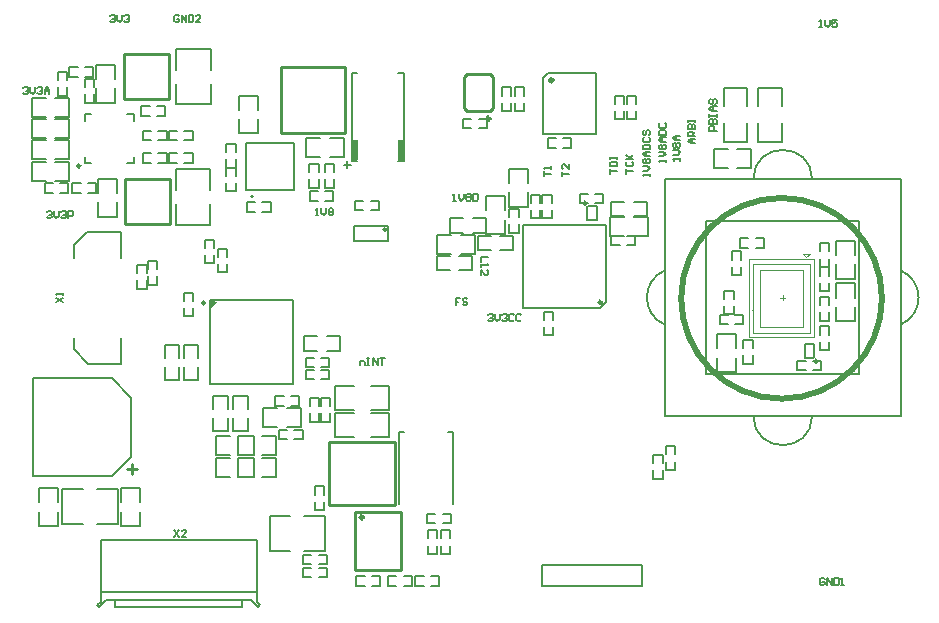
<source format=gto>
G04 Layer_Color=65535*
%FSLAX44Y44*%
%MOMM*%
G71*
G01*
G75*
%ADD55C,0.3000*%
%ADD56C,0.2500*%
%ADD58C,0.2000*%
%ADD61C,0.1500*%
%ADD67C,0.5000*%
%ADD92C,0.2540*%
%ADD93C,0.0500*%
%ADD94C,0.1524*%
%ADD95R,0.5000X1.7500*%
%ADD96R,0.5000X1.8000*%
G36*
X171000Y246500D02*
X166000Y241500D01*
X165000Y247500D01*
X171000Y246500D01*
D02*
G37*
D55*
X496500Y246000D02*
G03*
X496500Y246000I-1000J0D01*
G01*
X295000Y64000D02*
G03*
X295000Y64000I-1500J0D01*
G01*
X402250Y401500D02*
G03*
X402250Y401500I-1500J0D01*
G01*
X455500Y434000D02*
G03*
X455500Y434000I-1500J0D01*
G01*
D56*
X161000Y245500D02*
G03*
X161000Y245500I-1250J0D01*
G01*
X483967Y329971D02*
G03*
X483967Y329971I-1250J0D01*
G01*
X55250Y361500D02*
G03*
X55250Y361500I-1250J0D01*
G01*
X679450Y196100D02*
G03*
X679450Y196100I-1250J0D01*
G01*
X99000Y101000D02*
Y109000D01*
X95000Y105000D02*
X103000D01*
D58*
X625050Y239076D02*
G03*
X625050Y239076I-78J0D01*
G01*
X750153Y227155D02*
G03*
X750153Y272845I-10153J22845D01*
G01*
X549846Y272845D02*
G03*
X549847Y227155I10153J-22845D01*
G01*
X675000Y350000D02*
G03*
X625000Y350000I-25000J0D01*
G01*
Y150000D02*
G03*
X675000Y150000I25000J0D01*
G01*
X201500Y335500D02*
G03*
X201500Y335500I-1000J0D01*
G01*
X430500Y241000D02*
Y311000D01*
X500500D01*
Y246000D02*
Y311000D01*
X495500Y241000D02*
X500500Y246000D01*
X430500Y241000D02*
X495500D01*
X287070Y297584D02*
X316070D01*
X287070Y310583D02*
X316070D01*
X287070Y297584D02*
Y310583D01*
X316070Y297584D02*
Y310583D01*
X90000Y194125D02*
Y216125D01*
X62000Y194125D02*
X90000D01*
X50000Y206125D02*
Y216125D01*
Y206125D02*
X62000Y194125D01*
X50000Y294875D02*
X61000Y305875D01*
X50000Y283875D02*
Y294875D01*
X61000Y305875D02*
X90000D01*
Y283875D02*
Y305875D01*
X165000Y177000D02*
X235000D01*
X165000Y247500D02*
X235000D01*
Y177000D02*
Y247500D01*
X165000Y177000D02*
Y247500D01*
X585000Y185000D02*
Y315000D01*
X715000Y185000D02*
Y315000D01*
X585000D02*
X715000D01*
X585000Y185000D02*
X715000D01*
X550000Y350000D02*
X750000D01*
Y150000D02*
Y350000D01*
X550000Y150000D02*
X750000D01*
X550000D02*
Y350000D01*
X446500Y5750D02*
X531250D01*
Y23500D01*
X446500D02*
X531250D01*
X446500Y5750D02*
Y23500D01*
X72500Y45000D02*
X204500D01*
X72500Y1000D02*
X204500D01*
X77000Y-6000D02*
X200000D01*
X204500Y-7500D02*
Y45000D01*
X72500Y-7500D02*
Y45000D01*
X85000Y-12000D02*
X192000D01*
Y-6000D01*
X85000Y-12000D02*
Y-6000D01*
X69500Y-10500D02*
X72500Y-7500D01*
X69500Y-10500D02*
X71000Y-12000D01*
X77000Y-6000D01*
X200000D02*
X206000Y-12000D01*
X207500Y-10500D01*
X204500Y-7500D02*
X207500Y-10500D01*
X15500Y98500D02*
Y181500D01*
Y98500D02*
X82000D01*
X98500Y115000D01*
Y165000D01*
X15500Y181500D02*
X82000D01*
X98500Y165000D01*
X329000Y366000D02*
Y440000D01*
X285000Y366000D02*
Y440000D01*
X324500Y366000D02*
X329000D01*
X285000D02*
X289500D01*
X324500Y440000D02*
X329000D01*
X285000D02*
X289500D01*
X281500Y359500D02*
Y365500D01*
X278500Y362500D02*
X284500Y362500D01*
X59000Y363500D02*
X64750D01*
X59000D02*
Y369250D01*
Y399750D02*
Y405500D01*
X64750D01*
X95250D02*
X101000D01*
Y399750D02*
Y405500D01*
Y363500D02*
Y369250D01*
X95250Y363500D02*
X101000D01*
X196000Y341000D02*
Y381000D01*
X236000D01*
Y341000D02*
Y381000D01*
X196000Y341000D02*
X236000D01*
X447350Y435920D02*
X451680Y440250D01*
X447350Y388250D02*
Y435920D01*
Y388250D02*
X491650D01*
Y440250D01*
X451680D02*
X491650D01*
D61*
X245000Y217000D02*
X256000D01*
X264000D02*
X275000D01*
X245000Y205000D02*
X256000D01*
X264000D02*
X275000D01*
X245000D02*
Y217000D01*
X275000Y205000D02*
Y217000D01*
X301000Y324000D02*
X308000D01*
X288000D02*
X295000D01*
X301000Y332000D02*
X308000D01*
X288000D02*
X295000D01*
X308000Y324000D02*
Y332000D01*
X288000Y324000D02*
Y332000D01*
X262500D02*
X269500D01*
X249500D02*
X256500D01*
X262500Y340000D02*
X269500D01*
X249500D02*
X256500D01*
X269500Y332000D02*
Y340000D01*
X249500Y332000D02*
Y340000D01*
X257000Y356000D02*
Y363000D01*
Y343000D02*
Y350000D01*
X249000Y356000D02*
Y363000D01*
Y343000D02*
Y350000D01*
Y363000D02*
X257000D01*
X249000Y343000D02*
X257000D01*
X262500D02*
Y350000D01*
Y356000D02*
Y363000D01*
X270500Y343000D02*
Y350000D01*
Y356000D02*
Y363000D01*
X262500Y343000D02*
X270500D01*
X262500Y363000D02*
X270500D01*
X369000Y59000D02*
Y67000D01*
X349000Y59000D02*
Y67000D01*
X362000Y59000D02*
X369000D01*
X349000D02*
X356000D01*
X362000Y67000D02*
X369000D01*
X349000D02*
X356000D01*
X349500Y33000D02*
X357500D01*
X349500Y53000D02*
X357500D01*
X349500Y33000D02*
Y40000D01*
Y46000D02*
Y53000D01*
X357500Y33000D02*
Y40000D01*
Y46000D02*
Y53000D01*
X246000Y181000D02*
Y189000D01*
X266000Y181000D02*
Y189000D01*
X246000D02*
X253000D01*
X259000D02*
X266000D01*
X246000Y181000D02*
X253000D01*
X259000D02*
X266000D01*
X246000Y191000D02*
Y199000D01*
X266000Y191000D02*
Y199000D01*
X246000D02*
X253000D01*
X259000D02*
X266000D01*
X246000Y191000D02*
X253000D01*
X259000D02*
X266000D01*
X508000Y401000D02*
X516000D01*
X508000Y421000D02*
X516000D01*
X508000Y401000D02*
Y408000D01*
Y414000D02*
Y421000D01*
X516000Y401000D02*
Y408000D01*
Y414000D02*
Y421000D01*
X112500Y281000D02*
X120500D01*
X112500Y261000D02*
X120500D01*
Y274000D02*
Y281000D01*
Y261000D02*
Y268000D01*
X112500Y274000D02*
Y281000D01*
Y261000D02*
Y268000D01*
X254000Y90000D02*
X262000D01*
X254000Y70000D02*
X262000D01*
Y83000D02*
Y90000D01*
Y70000D02*
Y77000D01*
X254000Y83000D02*
Y90000D01*
Y70000D02*
Y77000D01*
X259000Y145000D02*
X267000D01*
X259000Y165000D02*
X267000D01*
X259000Y145000D02*
Y152000D01*
Y158000D02*
Y165000D01*
X267000Y145000D02*
Y152000D01*
Y158000D02*
Y165000D01*
X316000Y6000D02*
Y14000D01*
X336000Y6000D02*
Y14000D01*
X316000D02*
X323000D01*
X329000D02*
X336000D01*
X316000Y6000D02*
X323000D01*
X329000D02*
X336000D01*
X244000Y13000D02*
Y21000D01*
X264000Y13000D02*
Y21000D01*
X244000D02*
X251000D01*
X257000D02*
X264000D01*
X244000Y13000D02*
X251000D01*
X257000D02*
X264000D01*
X171500Y271500D02*
X179500D01*
X171500Y291500D02*
X179500D01*
X171500Y271500D02*
Y278500D01*
Y284500D02*
Y291500D01*
X179500Y271500D02*
Y278500D01*
Y284500D02*
Y291500D01*
X262500Y35500D02*
Y65000D01*
X245000D02*
X262500D01*
X245000Y35490D02*
X262500Y35500D01*
X215500Y65000D02*
X233000Y65010D01*
X215500Y35500D02*
X233000D01*
X215500D02*
Y65000D01*
X87000Y58500D02*
Y88000D01*
X69500D02*
X87000D01*
X69500Y58490D02*
X87000Y58500D01*
X40000Y88000D02*
X57500Y88010D01*
X40000Y58500D02*
X57500D01*
X40000D02*
Y88000D01*
X360500Y53000D02*
X368500D01*
X360500Y33000D02*
X368500D01*
Y46000D02*
Y53000D01*
Y33000D02*
Y40000D01*
X360500Y46000D02*
Y53000D01*
Y33000D02*
Y40000D01*
X257000Y24000D02*
X264000D01*
X244000D02*
X251000D01*
X257000Y32000D02*
X264000D01*
X244000D02*
X251000D01*
X264000Y24000D02*
Y32000D01*
X244000Y24000D02*
Y32000D01*
X289000Y6000D02*
Y14000D01*
X309000Y6000D02*
Y14000D01*
X289000D02*
X296000D01*
X302000D02*
X309000D01*
X289000Y6000D02*
X296000D01*
X302000D02*
X309000D01*
X359000Y6000D02*
Y14000D01*
X339000Y6000D02*
Y14000D01*
X352000Y6000D02*
X359000D01*
X339000D02*
X346000D01*
X352000Y14000D02*
X359000D01*
X339000D02*
X346000D01*
X168000Y137000D02*
Y148000D01*
Y156000D02*
Y167000D01*
X180000Y137000D02*
Y148000D01*
Y156000D02*
Y167000D01*
X168000Y137000D02*
X180000D01*
X168000Y167000D02*
X180000D01*
X230000Y140394D02*
X242000D01*
X210000D02*
X222000D01*
X230000Y156394D02*
X242000D01*
X210000D02*
X222000D01*
X242000Y140394D02*
Y156394D01*
X210000Y140394D02*
Y156394D01*
X377500Y287000D02*
X389500D01*
X357500D02*
X369500D01*
X377500Y303000D02*
X389500D01*
X357500D02*
X369500D01*
X389500Y287000D02*
Y303000D01*
X357500Y287000D02*
Y303000D01*
X518000Y401000D02*
X526000D01*
X518000Y421000D02*
X526000D01*
X518000Y401000D02*
Y408000D01*
Y414000D02*
Y421000D01*
X526000Y401000D02*
Y408000D01*
Y414000D02*
Y421000D01*
X412000Y428000D02*
X420000D01*
X412000Y408000D02*
X420000D01*
Y421000D02*
Y428000D01*
Y408000D02*
Y415000D01*
X412000Y421000D02*
Y428000D01*
Y408000D02*
Y415000D01*
X399500Y393500D02*
Y401500D01*
X379500Y393500D02*
Y401500D01*
X392500Y393500D02*
X399500D01*
X379500D02*
X386500D01*
X392500Y401500D02*
X399500D01*
X379500D02*
X386500D01*
X68500Y338750D02*
Y346750D01*
X48500Y338750D02*
Y346750D01*
X61500Y338750D02*
X68500D01*
X48500D02*
X55500D01*
X61500Y346750D02*
X68500D01*
X48500D02*
X55500D01*
X25000Y338750D02*
Y346750D01*
X45000Y338750D02*
Y346750D01*
X25000D02*
X32000D01*
X38000D02*
X45000D01*
X25000Y338750D02*
X32000D01*
X38000D02*
X45000D01*
X14000Y365000D02*
X26000D01*
X34000D02*
X46000D01*
X14000Y349000D02*
X26000D01*
X34000D02*
X46000D01*
X14000D02*
Y365000D01*
X46000Y349000D02*
Y365000D01*
X107000Y404000D02*
Y412000D01*
X127000Y404000D02*
Y412000D01*
X107000D02*
X114000D01*
X120000D02*
X127000D01*
X107000Y404000D02*
X114000D01*
X120000D02*
X127000D01*
X614000Y292000D02*
Y300000D01*
X634000Y292000D02*
Y300000D01*
X614000D02*
X621000D01*
X627000D02*
X634000D01*
X614000Y292000D02*
X621000D01*
X627000D02*
X634000D01*
X591500Y375500D02*
X603500D01*
X611500D02*
X623500D01*
X591500Y359500D02*
X603500D01*
X611500D02*
X623500D01*
X591500D02*
Y375500D01*
X623500Y359500D02*
Y375500D01*
X108500Y383000D02*
Y391000D01*
X128500Y383000D02*
Y391000D01*
X108500D02*
X115500D01*
X121500D02*
X128500D01*
X108500Y383000D02*
X115500D01*
X121500D02*
X128500D01*
X216500Y322750D02*
Y330750D01*
X196500Y322750D02*
Y330750D01*
X209500Y322750D02*
X216500D01*
X196500D02*
X203500D01*
X209500Y330750D02*
X216500D01*
X196500D02*
X203500D01*
X179000Y380000D02*
X187000D01*
X179000Y360000D02*
X187000D01*
Y373000D02*
Y380000D01*
Y360000D02*
Y367000D01*
X179000Y373000D02*
Y380000D01*
Y360000D02*
Y367000D01*
X447500Y218000D02*
X455500D01*
X447500Y238000D02*
X455500D01*
X447500Y218000D02*
Y225000D01*
Y231000D02*
Y238000D01*
X455500Y218000D02*
Y225000D01*
Y231000D02*
Y238000D01*
X246500Y385000D02*
X258500D01*
X266500D02*
X278500D01*
X246500Y369000D02*
X258500D01*
X266500D02*
X278500D01*
X246500D02*
Y385000D01*
X278500Y369000D02*
Y385000D01*
X681250Y225500D02*
X689250D01*
X681250Y205500D02*
X689250D01*
Y218500D02*
Y225500D01*
Y205500D02*
Y212500D01*
X681250Y218500D02*
Y225500D01*
Y205500D02*
Y212500D01*
X485417Y327570D02*
X492417D01*
X484417Y315571D02*
X492417D01*
Y327570D01*
X484417Y315571D02*
Y326571D01*
X485417Y327570D01*
X66000Y437000D02*
Y445000D01*
X46000Y437000D02*
Y445000D01*
X59000Y437000D02*
X66000D01*
X46000D02*
X53000D01*
X59000Y445000D02*
X66000D01*
X46000D02*
X53000D01*
X36000Y421000D02*
X44000D01*
X36000Y441000D02*
X44000D01*
X36000Y421000D02*
Y428000D01*
Y434000D02*
Y441000D01*
X44000Y421000D02*
Y428000D01*
Y434000D02*
Y441000D01*
X594500Y187000D02*
Y199000D01*
Y207000D02*
Y219000D01*
X610500Y187000D02*
Y199000D01*
Y207000D02*
Y219000D01*
X594500Y187000D02*
X610500D01*
X594500Y219000D02*
X610500D01*
X711000Y286000D02*
Y298000D01*
Y266000D02*
Y278000D01*
X695000Y286000D02*
Y298000D01*
Y266000D02*
Y278000D01*
Y298000D02*
X711000D01*
X695000Y266000D02*
X711000D01*
X59000Y415000D02*
X67000D01*
X59000Y435000D02*
X67000D01*
X59000Y415000D02*
Y422000D01*
Y428000D02*
Y435000D01*
X67000Y415000D02*
Y422000D01*
Y428000D02*
Y435000D01*
X505000Y294250D02*
Y302250D01*
X525000Y294250D02*
Y302250D01*
X505000D02*
X512000D01*
X518000D02*
X525000D01*
X505000Y294250D02*
X512000D01*
X518000D02*
X525000D01*
X446500Y337000D02*
X454500D01*
X446500Y317000D02*
X454500D01*
Y330000D02*
Y337000D01*
Y317000D02*
Y324000D01*
X446500Y330000D02*
Y337000D01*
Y317000D02*
Y324000D01*
X681250Y276000D02*
X689250D01*
X681250Y296000D02*
X689250D01*
X681250Y276000D02*
Y283000D01*
Y289000D02*
Y296000D01*
X689250Y276000D02*
Y283000D01*
Y289000D02*
Y296000D01*
X607000Y289000D02*
X615000D01*
X607000Y269000D02*
X615000D01*
Y282000D02*
Y289000D01*
Y269000D02*
Y276000D01*
X607000Y282000D02*
Y289000D01*
Y269000D02*
Y276000D01*
X179000Y340000D02*
X187000D01*
X179000Y360000D02*
X187000D01*
X179000Y340000D02*
Y347000D01*
Y353000D02*
Y360000D01*
X187000Y340000D02*
Y347000D01*
Y353000D02*
Y360000D01*
X46000Y367000D02*
Y383000D01*
X14000Y367000D02*
Y383000D01*
X34000Y367000D02*
X46000D01*
X14000D02*
X26000D01*
X34000Y383000D02*
X46000D01*
X14000D02*
X26000D01*
X616500Y214000D02*
X624500D01*
X616500Y194000D02*
X624500D01*
Y207000D02*
Y214000D01*
Y194000D02*
Y201000D01*
X616500Y207000D02*
Y214000D01*
Y194000D02*
Y201000D01*
X600515Y235870D02*
X608515D01*
X600515Y255870D02*
X608515D01*
X600515Y235870D02*
Y242870D01*
Y248870D02*
Y255870D01*
X608515Y235870D02*
Y242870D01*
Y248870D02*
Y255870D01*
X682500Y188500D02*
Y196500D01*
X662500Y188500D02*
Y196500D01*
X675500Y188500D02*
X682500D01*
X662500D02*
X669500D01*
X675500Y196500D02*
X682500D01*
X662500D02*
X669500D01*
X478000Y330000D02*
Y338000D01*
X498000Y330000D02*
Y338000D01*
X478000D02*
X485000D01*
X491000D02*
X498000D01*
X478000Y330000D02*
X485000D01*
X491000D02*
X498000D01*
X689250Y268500D02*
Y275500D01*
Y255500D02*
Y262500D01*
X681250Y268500D02*
Y275500D01*
Y255500D02*
Y262500D01*
Y275500D02*
X689250D01*
X681250Y255500D02*
X689250D01*
X681250Y250500D02*
X689250D01*
X681250Y230500D02*
X689250D01*
Y243500D02*
Y250500D01*
Y230500D02*
Y237500D01*
X681250Y243500D02*
Y250500D01*
Y230500D02*
Y237500D01*
X649500Y411750D02*
Y427750D01*
Y381750D02*
Y397750D01*
X629500Y411750D02*
Y427750D01*
Y381750D02*
Y397750D01*
Y427750D02*
X649500D01*
X629500Y381750D02*
X649500D01*
X616692Y227500D02*
Y235500D01*
X596692Y227500D02*
Y235500D01*
X609692Y227500D02*
X616692D01*
X596692D02*
X603692D01*
X609692Y235500D02*
X616692D01*
X596692D02*
X603692D01*
X14000Y419000D02*
X26000D01*
X34000D02*
X46000D01*
X14000Y403000D02*
X26000D01*
X34000D02*
X46000D01*
X14000D02*
Y419000D01*
X46000Y403000D02*
Y419000D01*
X524000Y302500D02*
X536000D01*
X504000D02*
X516000D01*
X524000Y318500D02*
X536000D01*
X504000D02*
X516000D01*
X536000Y302500D02*
Y318500D01*
X504000Y302500D02*
Y318500D01*
X695000Y230000D02*
Y242000D01*
Y250000D02*
Y262000D01*
X711000Y230000D02*
Y242000D01*
Y250000D02*
Y262000D01*
X695000Y230000D02*
X711000D01*
X695000Y262000D02*
X711000D01*
X206000Y409000D02*
Y421000D01*
Y389000D02*
Y401000D01*
X190000Y409000D02*
Y421000D01*
Y389000D02*
Y401000D01*
Y421000D02*
X206000D01*
X190000Y389000D02*
X206000D01*
X46000Y385000D02*
Y401000D01*
X14000Y385000D02*
Y401000D01*
X34000Y385000D02*
X46000D01*
X14000D02*
X26000D01*
X34000Y401000D02*
X46000D01*
X14000D02*
X26000D01*
X84500Y435000D02*
Y447000D01*
Y415000D02*
Y427000D01*
X68500Y435000D02*
Y447000D01*
Y415000D02*
Y427000D01*
Y447000D02*
X84500D01*
X68500Y415000D02*
X84500D01*
X130500Y391000D02*
X137500D01*
X143500D02*
X150500D01*
X130500Y383000D02*
X137500D01*
X143500D02*
X150500D01*
X130500D02*
Y391000D01*
X150500Y383000D02*
Y391000D01*
X130500Y372000D02*
X137500D01*
X143500D02*
X150500D01*
X130500Y364000D02*
X137500D01*
X143500D02*
X150500D01*
X130500D02*
Y372000D01*
X150500Y364000D02*
Y372000D01*
X108500D02*
X115500D01*
X121500D02*
X128500D01*
X108500Y364000D02*
X115500D01*
X121500D02*
X128500D01*
X108500D02*
Y372000D01*
X128500Y364000D02*
Y372000D01*
X70500Y318500D02*
Y330500D01*
Y338500D02*
Y350500D01*
X86500Y318500D02*
Y330500D01*
Y338500D02*
Y350500D01*
X70500Y318500D02*
X86500D01*
X70500Y350500D02*
X86500D01*
X559050Y117100D02*
Y124100D01*
Y104100D02*
Y111100D01*
X551050Y117100D02*
Y124100D01*
Y104100D02*
Y111100D01*
Y124100D02*
X559050D01*
X551050Y104100D02*
X559050D01*
X548550Y109600D02*
Y116600D01*
Y96600D02*
Y103600D01*
X540550Y109600D02*
Y116600D01*
Y96600D02*
Y103600D01*
Y116600D02*
X548550D01*
X540550Y96600D02*
X548550D01*
X620000Y411750D02*
Y427750D01*
Y381750D02*
Y397750D01*
X600000Y411750D02*
Y427750D01*
Y381750D02*
Y397750D01*
Y427750D02*
X620000D01*
X600000Y381750D02*
X620000D01*
X505000Y319000D02*
Y331000D01*
X535000Y319000D02*
Y331000D01*
X505000D02*
X516000D01*
X524000D02*
X535000D01*
X505000Y319000D02*
X516000D01*
X524000D02*
X535000D01*
X414500Y324000D02*
Y336000D01*
Y304000D02*
Y316000D01*
X398500Y324000D02*
Y336000D01*
Y304000D02*
Y316000D01*
Y336000D02*
X414500D01*
X398500Y304000D02*
X414500D01*
X426500Y318000D02*
Y325000D01*
Y305000D02*
Y312000D01*
X418500Y318000D02*
Y325000D01*
Y305000D02*
Y312000D01*
Y325000D02*
X426500D01*
X418500Y305000D02*
X426500D01*
X434000Y347000D02*
Y359000D01*
Y327000D02*
Y339000D01*
X418000Y347000D02*
Y359000D01*
Y327000D02*
Y339000D01*
Y359000D02*
X434000D01*
X418000Y327000D02*
X434000D01*
X422000Y290000D02*
Y302000D01*
X392000Y290000D02*
Y302000D01*
X411000Y290000D02*
X422000D01*
X392000D02*
X403000D01*
X411000Y302000D02*
X422000D01*
X392000D02*
X403000D01*
X398500Y305000D02*
Y317000D01*
X368500Y305000D02*
Y317000D01*
X387500Y305000D02*
X398500D01*
X368500D02*
X379500D01*
X387500Y317000D02*
X398500D01*
X368500D02*
X379500D01*
X436500D02*
Y324000D01*
Y330000D02*
Y337000D01*
X444500Y317000D02*
Y324000D01*
Y330000D02*
Y337000D01*
X436500Y317000D02*
X444500D01*
X436500Y337000D02*
X444500D01*
X136500Y413500D02*
X166000D01*
Y431000D01*
X136490D02*
X136500Y413500D01*
X166000Y460500D02*
X166010Y443000D01*
X136500D02*
Y460500D01*
X166000D01*
X136000Y358500D02*
X165500D01*
X136000Y341000D02*
Y358500D01*
X165500D02*
X165510Y341000D01*
X135990Y329000D02*
X136000Y311500D01*
X165500D02*
Y329000D01*
X136000Y311500D02*
X165500D01*
X668500Y198500D02*
X675500D01*
X668500Y210500D02*
X676500D01*
X668500Y198500D02*
Y210500D01*
X676500Y199500D02*
Y210500D01*
X675500Y198500D02*
X676500Y199500D01*
X451000Y377000D02*
Y385000D01*
X471000Y377000D02*
Y385000D01*
X451000D02*
X458000D01*
X464000D02*
X471000D01*
X451000Y377000D02*
X458000D01*
X464000D02*
X471000D01*
X103500Y277500D02*
X111500D01*
X103500Y257500D02*
X111500D01*
Y270500D02*
Y277500D01*
Y257500D02*
Y264500D01*
X103500Y270500D02*
Y277500D01*
Y257500D02*
Y264500D01*
X423000Y428000D02*
X431000D01*
X423000Y408000D02*
X431000D01*
Y421000D02*
Y428000D01*
Y408000D02*
Y415000D01*
X423000Y421000D02*
Y428000D01*
Y408000D02*
Y415000D01*
X106000Y76500D02*
Y88500D01*
Y56500D02*
Y68500D01*
X90000Y76500D02*
Y88500D01*
Y56500D02*
Y68500D01*
Y88500D02*
X106000D01*
X90000Y56500D02*
X106000D01*
X271000Y155000D02*
Y175000D01*
X317000Y155000D02*
Y175000D01*
X271000D02*
X287000D01*
X301000D02*
X317000D01*
X271000Y155000D02*
X287000D01*
X301000D02*
X317000D01*
X271000Y132000D02*
Y152000D01*
X317000Y132000D02*
Y152000D01*
X271000D02*
X287000D01*
X301000D02*
X317000D01*
X271000Y132000D02*
X287000D01*
X301000D02*
X317000D01*
X20000Y56500D02*
Y68500D01*
Y76500D02*
Y88500D01*
X36000Y56500D02*
Y68500D01*
Y76500D02*
Y88500D01*
X20000Y56500D02*
X36000D01*
X20000Y88500D02*
X36000D01*
X185000Y137000D02*
Y148000D01*
Y156000D02*
Y167000D01*
X197000Y137000D02*
Y148000D01*
Y156000D02*
Y167000D01*
X185000Y137000D02*
X197000D01*
X185000Y167000D02*
X197000D01*
X243500Y130000D02*
Y138000D01*
X223500Y130000D02*
Y138000D01*
X236500Y130000D02*
X243500D01*
X223500D02*
X230500D01*
X236500Y138000D02*
X243500D01*
X223500D02*
X230500D01*
X143000Y234000D02*
X151000D01*
X143000Y254000D02*
X151000D01*
X143000Y234000D02*
Y241000D01*
Y247000D02*
Y254000D01*
X151000Y234000D02*
Y241000D01*
Y247000D02*
Y254000D01*
X249500Y145000D02*
Y152000D01*
Y158000D02*
Y165000D01*
X257500Y145000D02*
Y152000D01*
Y158000D02*
Y165000D01*
X249500Y145000D02*
X257500D01*
X249500Y165000D02*
X257500D01*
X189000Y114000D02*
X201000D01*
X209000D02*
X221000D01*
X189000Y98000D02*
X201000D01*
X209000D02*
X221000D01*
X189000D02*
Y114000D01*
X221000Y98000D02*
Y114000D01*
X189000Y133000D02*
X201000D01*
X209000D02*
X221000D01*
X189000Y117000D02*
X201000D01*
X209000D02*
X221000D01*
X189000D02*
Y133000D01*
X221000Y117000D02*
Y133000D01*
X170000D02*
X182000D01*
X190000D02*
X202000D01*
X170000Y117000D02*
X182000D01*
X190000D02*
X202000D01*
X170000D02*
Y133000D01*
X202000Y117000D02*
Y133000D01*
X170000Y114000D02*
X182000D01*
X190000D02*
X202000D01*
X170000Y98000D02*
X182000D01*
X190000D02*
X202000D01*
X170000D02*
Y114000D01*
X202000Y98000D02*
Y114000D01*
X160500Y279000D02*
X168500D01*
X160500Y299000D02*
X168500D01*
X160500Y279000D02*
Y286000D01*
Y292000D02*
Y299000D01*
X168500Y279000D02*
Y286000D01*
Y292000D02*
Y299000D01*
X220500Y158500D02*
Y166500D01*
X240500Y158500D02*
Y166500D01*
X220500D02*
X227500D01*
X233500D02*
X240500D01*
X220500Y158500D02*
X227500D01*
X233500D02*
X240500D01*
X127000Y180000D02*
Y191000D01*
Y199000D02*
Y210000D01*
X139000Y180000D02*
Y191000D01*
Y199000D02*
Y210000D01*
X127000Y180000D02*
X139000D01*
X127000Y210000D02*
X139000D01*
X143000Y180000D02*
Y191000D01*
Y199000D02*
Y210000D01*
X155000Y180000D02*
Y191000D01*
Y199000D02*
Y210000D01*
X143000Y180000D02*
X155000D01*
X143000Y210000D02*
X155000D01*
X357000Y285000D02*
X368000D01*
X376000D02*
X387000D01*
X357000Y273000D02*
X368000D01*
X376000D02*
X387000D01*
X357000D02*
Y285000D01*
X387000Y273000D02*
Y285000D01*
X376999Y249498D02*
X373000D01*
Y246499D01*
X374999D01*
X373000D01*
Y243500D01*
X382997Y248498D02*
X381997Y249498D01*
X379998D01*
X378998Y248498D01*
Y247499D01*
X379998Y246499D01*
X381997D01*
X382997Y245499D01*
Y244500D01*
X381997Y243500D01*
X379998D01*
X378998Y244500D01*
X685499Y11498D02*
X684499Y12498D01*
X682500D01*
X681500Y11498D01*
Y7500D01*
X682500Y6500D01*
X684499D01*
X685499Y7500D01*
Y9499D01*
X683499D01*
X687498Y6500D02*
Y12498D01*
X691497Y6500D01*
Y12498D01*
X693496D02*
Y6500D01*
X696495D01*
X697495Y7500D01*
Y11498D01*
X696495Y12498D01*
X693496D01*
X699494Y6500D02*
X701494D01*
X700494D01*
Y12498D01*
X699494Y11498D01*
X34502Y246000D02*
X40500Y249999D01*
X34502D02*
X40500Y246000D01*
Y251998D02*
Y253997D01*
Y252998D01*
X34502D01*
X35502Y251998D01*
X448002Y353000D02*
Y356999D01*
Y354999D01*
X454000D01*
Y358998D02*
Y360997D01*
Y359998D01*
X448002D01*
X449002Y358998D01*
X463002Y352692D02*
Y356691D01*
Y354692D01*
X469000D01*
Y362689D02*
Y358690D01*
X465001Y362689D01*
X464002D01*
X463002Y361689D01*
Y359690D01*
X464002Y358690D01*
X135000Y53498D02*
X138999Y47500D01*
Y53498D02*
X135000Y47500D01*
X144997D02*
X140998D01*
X144997Y51499D01*
Y52498D01*
X143997Y53498D01*
X141998D01*
X140998Y52498D01*
X594000Y391000D02*
X588002D01*
Y393999D01*
X589002Y394999D01*
X591001D01*
X592001Y393999D01*
Y391000D01*
X588002Y396998D02*
X594000D01*
Y399997D01*
X593000Y400997D01*
X592001D01*
X591001Y399997D01*
Y396998D01*
Y399997D01*
X590001Y400997D01*
X589002D01*
X588002Y399997D01*
Y396998D01*
Y402996D02*
Y404995D01*
Y403996D01*
X594000D01*
Y402996D01*
Y404995D01*
Y407994D02*
X590001D01*
X588002Y409994D01*
X590001Y411993D01*
X594000D01*
X591001D01*
Y407994D01*
X589002Y417991D02*
X588002Y416992D01*
Y414992D01*
X589002Y413993D01*
X590001D01*
X591001Y414992D01*
Y416992D01*
X592001Y417991D01*
X593000D01*
X594000Y416992D01*
Y414992D01*
X593000Y413993D01*
X400500Y234998D02*
X401500Y235998D01*
X403499D01*
X404499Y234998D01*
Y233999D01*
X403499Y232999D01*
X402499D01*
X403499D01*
X404499Y231999D01*
Y231000D01*
X403499Y230000D01*
X401500D01*
X400500Y231000D01*
X406498Y235998D02*
Y231999D01*
X408497Y230000D01*
X410497Y231999D01*
Y235998D01*
X412496Y234998D02*
X413496Y235998D01*
X415495D01*
X416495Y234998D01*
Y233999D01*
X415495Y232999D01*
X414496D01*
X415495D01*
X416495Y231999D01*
Y231000D01*
X415495Y230000D01*
X413496D01*
X412496Y231000D01*
X422493Y234998D02*
X421493Y235998D01*
X419494D01*
X418494Y234998D01*
Y231000D01*
X419494Y230000D01*
X421493D01*
X422493Y231000D01*
X428491Y234998D02*
X427491Y235998D01*
X425492D01*
X424492Y234998D01*
Y231000D01*
X425492Y230000D01*
X427491D01*
X428491Y231000D01*
X371000Y332000D02*
X372999D01*
X372000D01*
Y337998D01*
X371000Y336998D01*
X375998Y337998D02*
Y333999D01*
X377998Y332000D01*
X379997Y333999D01*
Y337998D01*
X381996Y336998D02*
X382996Y337998D01*
X384995D01*
X385995Y336998D01*
Y335999D01*
X384995Y334999D01*
X385995Y333999D01*
Y333000D01*
X384995Y332000D01*
X382996D01*
X381996Y333000D01*
Y333999D01*
X382996Y334999D01*
X381996Y335999D01*
Y336998D01*
X382996Y334999D02*
X384995D01*
X387994Y337998D02*
Y332000D01*
X390993D01*
X391993Y333000D01*
Y336998D01*
X390993Y337998D01*
X387994D01*
X563000Y366000D02*
Y367999D01*
Y367000D01*
X557002D01*
X558002Y366000D01*
X557002Y370998D02*
X561001D01*
X563000Y372998D01*
X561001Y374997D01*
X557002D01*
X558002Y376996D02*
X557002Y377996D01*
Y379995D01*
X558002Y380995D01*
X559001D01*
X560001Y379995D01*
X561001Y380995D01*
X562000D01*
X563000Y379995D01*
Y377996D01*
X562000Y376996D01*
X561001D01*
X560001Y377996D01*
X559001Y376996D01*
X558002D01*
X560001Y377996D02*
Y379995D01*
X563000Y382994D02*
X559001D01*
X557002Y384994D01*
X559001Y386993D01*
X563000D01*
X560001D01*
Y382994D01*
X551000Y364500D02*
Y366499D01*
Y365500D01*
X545002D01*
X546002Y364500D01*
X545002Y369498D02*
X549001D01*
X551000Y371498D01*
X549001Y373497D01*
X545002D01*
X546002Y375496D02*
X545002Y376496D01*
Y378495D01*
X546002Y379495D01*
X547001D01*
X548001Y378495D01*
X549001Y379495D01*
X550000D01*
X551000Y378495D01*
Y376496D01*
X550000Y375496D01*
X549001D01*
X548001Y376496D01*
X547001Y375496D01*
X546002D01*
X548001Y376496D02*
Y378495D01*
X551000Y381494D02*
X547001D01*
X545002Y383494D01*
X547001Y385493D01*
X551000D01*
X548001D01*
Y381494D01*
X545002Y387492D02*
X551000D01*
Y390492D01*
X550000Y391491D01*
X546002D01*
X545002Y390492D01*
Y387492D01*
X546002Y397489D02*
X545002Y396490D01*
Y394490D01*
X546002Y393491D01*
X550000D01*
X551000Y394490D01*
Y396490D01*
X550000Y397489D01*
X537500Y352500D02*
Y354499D01*
Y353500D01*
X531502D01*
X532502Y352500D01*
X531502Y357498D02*
X535501D01*
X537500Y359498D01*
X535501Y361497D01*
X531502D01*
X532502Y363496D02*
X531502Y364496D01*
Y366496D01*
X532502Y367495D01*
X533501D01*
X534501Y366496D01*
X535501Y367495D01*
X536500D01*
X537500Y366496D01*
Y364496D01*
X536500Y363496D01*
X535501D01*
X534501Y364496D01*
X533501Y363496D01*
X532502D01*
X534501Y364496D02*
Y366496D01*
X537500Y369495D02*
X533501D01*
X531502Y371494D01*
X533501Y373493D01*
X537500D01*
X534501D01*
Y369495D01*
X531502Y375493D02*
X537500D01*
Y378492D01*
X536500Y379491D01*
X532502D01*
X531502Y378492D01*
Y375493D01*
X532502Y385489D02*
X531502Y384490D01*
Y382490D01*
X532502Y381491D01*
X536500D01*
X537500Y382490D01*
Y384490D01*
X536500Y385489D01*
X532502Y391487D02*
X531502Y390488D01*
Y388488D01*
X532502Y387489D01*
X533501D01*
X534501Y388488D01*
Y390488D01*
X535501Y391487D01*
X536500D01*
X537500Y390488D01*
Y388488D01*
X536500Y387489D01*
X80500Y487998D02*
X81500Y488998D01*
X83499D01*
X84499Y487998D01*
Y486999D01*
X83499Y485999D01*
X82499D01*
X83499D01*
X84499Y484999D01*
Y484000D01*
X83499Y483000D01*
X81500D01*
X80500Y484000D01*
X86498Y488998D02*
Y484999D01*
X88497Y483000D01*
X90497Y484999D01*
Y488998D01*
X92496Y487998D02*
X93496Y488998D01*
X95495D01*
X96495Y487998D01*
Y486999D01*
X95495Y485999D01*
X94495D01*
X95495D01*
X96495Y484999D01*
Y484000D01*
X95495Y483000D01*
X93496D01*
X92496Y484000D01*
X138999Y487998D02*
X137999Y488998D01*
X136000D01*
X135000Y487998D01*
Y484000D01*
X136000Y483000D01*
X137999D01*
X138999Y484000D01*
Y485999D01*
X136999D01*
X140998Y483000D02*
Y488998D01*
X144997Y483000D01*
Y488998D01*
X146996D02*
Y483000D01*
X149995D01*
X150995Y484000D01*
Y487998D01*
X149995Y488998D01*
X146996D01*
X156993Y483000D02*
X152994D01*
X156993Y486999D01*
Y487998D01*
X155993Y488998D01*
X153994D01*
X152994Y487998D01*
X254500Y319500D02*
X256499D01*
X255500D01*
Y325498D01*
X254500Y324498D01*
X259498Y325498D02*
Y321499D01*
X261498Y319500D01*
X263497Y321499D01*
Y325498D01*
X265496Y324498D02*
X266496Y325498D01*
X268495D01*
X269495Y324498D01*
Y323499D01*
X268495Y322499D01*
X269495Y321499D01*
Y320500D01*
X268495Y319500D01*
X266496D01*
X265496Y320500D01*
Y321499D01*
X266496Y322499D01*
X265496Y323499D01*
Y324498D01*
X266496Y322499D02*
X268495D01*
X7000Y426998D02*
X8000Y427998D01*
X9999D01*
X10999Y426998D01*
Y425999D01*
X9999Y424999D01*
X8999D01*
X9999D01*
X10999Y423999D01*
Y423000D01*
X9999Y422000D01*
X8000D01*
X7000Y423000D01*
X12998Y427998D02*
Y423999D01*
X14997Y422000D01*
X16997Y423999D01*
Y427998D01*
X18996Y426998D02*
X19996Y427998D01*
X21995D01*
X22995Y426998D01*
Y425999D01*
X21995Y424999D01*
X20996D01*
X21995D01*
X22995Y423999D01*
Y423000D01*
X21995Y422000D01*
X19996D01*
X18996Y423000D01*
X24994Y422000D02*
Y425999D01*
X26994Y427998D01*
X28993Y425999D01*
Y422000D01*
Y424999D01*
X24994D01*
X681000Y479000D02*
X682999D01*
X682000D01*
Y484998D01*
X681000Y483998D01*
X685998Y484998D02*
Y480999D01*
X687998Y479000D01*
X689997Y480999D01*
Y484998D01*
X695995D02*
X691996D01*
Y481999D01*
X693996Y482999D01*
X694995D01*
X695995Y481999D01*
Y480000D01*
X694995Y479000D01*
X692996D01*
X691996Y480000D01*
X27000Y321998D02*
X28000Y322998D01*
X29999D01*
X30999Y321998D01*
Y320999D01*
X29999Y319999D01*
X28999D01*
X29999D01*
X30999Y318999D01*
Y318000D01*
X29999Y317000D01*
X28000D01*
X27000Y318000D01*
X32998Y322998D02*
Y318999D01*
X34997Y317000D01*
X36997Y318999D01*
Y322998D01*
X38996Y321998D02*
X39996Y322998D01*
X41995D01*
X42995Y321998D01*
Y320999D01*
X41995Y319999D01*
X40995D01*
X41995D01*
X42995Y318999D01*
Y318000D01*
X41995Y317000D01*
X39996D01*
X38996Y318000D01*
X44994Y317000D02*
Y322998D01*
X47993D01*
X48993Y321998D01*
Y319999D01*
X47993Y318999D01*
X44994D01*
X576000Y380500D02*
X572001D01*
X570002Y382499D01*
X572001Y384499D01*
X576000D01*
X573001D01*
Y380500D01*
X576000Y386498D02*
X570002D01*
Y389497D01*
X571002Y390497D01*
X573001D01*
X574001Y389497D01*
Y386498D01*
Y388497D02*
X576000Y390497D01*
X570002Y392496D02*
X576000D01*
Y395495D01*
X575000Y396495D01*
X574001D01*
X573001Y395495D01*
Y392496D01*
Y395495D01*
X572001Y396495D01*
X571002D01*
X570002Y395495D01*
Y392496D01*
Y398494D02*
Y400494D01*
Y399494D01*
X576000D01*
Y398494D01*
Y400494D01*
X517502Y355000D02*
Y358999D01*
Y356999D01*
X523500D01*
X518502Y364997D02*
X517502Y363997D01*
Y361998D01*
X518502Y360998D01*
X522500D01*
X523500Y361998D01*
Y363997D01*
X522500Y364997D01*
X517502Y366996D02*
X523500D01*
X521501D01*
X517502Y370995D01*
X520501Y367996D01*
X523500Y370995D01*
X503502Y355000D02*
Y358999D01*
Y356999D01*
X509500D01*
X503502Y360998D02*
X509500D01*
Y363997D01*
X508500Y364997D01*
X504502D01*
X503502Y363997D01*
Y360998D01*
Y366996D02*
Y368996D01*
Y367996D01*
X509500D01*
Y366996D01*
Y368996D01*
X292000Y192500D02*
Y196499D01*
X294999D01*
X295999Y195499D01*
Y192500D01*
X297998Y198498D02*
X299997D01*
X298998D01*
Y192500D01*
X297998D01*
X299997D01*
X302996D02*
Y198498D01*
X306995Y192500D01*
Y198498D01*
X308995D02*
X312993D01*
X310994D01*
Y192500D01*
X400223Y284207D02*
X394225D01*
Y280208D01*
Y278209D02*
Y276210D01*
Y277209D01*
X400223D01*
X399223Y278209D01*
X394225Y269212D02*
Y273211D01*
X398224Y269212D01*
X399223D01*
X400223Y270212D01*
Y272211D01*
X399223Y273211D01*
D67*
X734022Y249336D02*
G03*
X734022Y249336I-85000J0D01*
G01*
D92*
X314070Y307584D02*
G03*
X314070Y307584I-1000J0D01*
G01*
X287500Y19500D02*
Y68500D01*
Y19500D02*
X326500D01*
Y68500D01*
X287500D02*
X326500D01*
X266000Y74000D02*
X322000D01*
Y128000D01*
X266000D02*
X322000D01*
X266000Y74000D02*
Y128000D01*
X402000Y439500D02*
X405000Y436500D01*
X402000Y407500D02*
X405000Y410500D01*
Y436500D01*
X383000Y439500D02*
X402000D01*
X380000Y436500D02*
X383000Y439500D01*
X380000Y410500D02*
Y436500D01*
Y410500D02*
X383000Y407500D01*
X402000D01*
X130000Y418000D02*
Y456000D01*
X92000Y418000D02*
X130000D01*
X92000D02*
Y456000D01*
X130000D01*
X225000Y445000D02*
X279000D01*
Y389000D02*
Y445000D01*
X225000Y389000D02*
X279000D01*
X225000D02*
Y445000D01*
X93000Y350000D02*
X131000D01*
X93000Y312000D02*
Y350000D01*
Y312000D02*
X131000D01*
Y350000D01*
D93*
X676522Y216236D02*
Y282436D01*
X621522Y216236D02*
X676522D01*
X621522D02*
Y282436D01*
X676522D01*
X672797Y219886D02*
Y278786D01*
X625247D02*
X672797D01*
X625247Y219886D02*
X672797D01*
X625247D02*
Y278786D01*
X648000Y250000D02*
X652000D01*
X650000Y248000D02*
Y252000D01*
X631022Y225336D02*
Y273336D01*
Y225336D02*
X667022D01*
X631022Y273336D02*
X667022D01*
Y225336D02*
Y273336D01*
X666924Y287172D02*
X672924D01*
X666924D02*
X669924Y284172D01*
X672924Y287172D01*
D94*
X366191Y136500D02*
X371000D01*
Y75500D02*
Y136500D01*
X325000D02*
X329225D01*
X325000Y75500D02*
Y136500D01*
D95*
X326500Y375250D02*
D03*
D96*
X287500Y375000D02*
D03*
M02*

</source>
